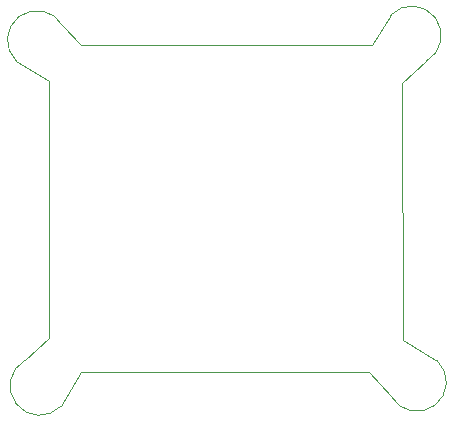
<source format=gbr>
%TF.GenerationSoftware,KiCad,Pcbnew,9.0.7*%
%TF.CreationDate,2026-02-20T19:59:31+05:30*%
%TF.ProjectId,breakout_board,62726561-6b6f-4757-945f-626f6172642e,rev?*%
%TF.SameCoordinates,Original*%
%TF.FileFunction,Profile,NP*%
%FSLAX46Y46*%
G04 Gerber Fmt 4.6, Leading zero omitted, Abs format (unit mm)*
G04 Created by KiCad (PCBNEW 9.0.7) date 2026-02-20 19:59:31*
%MOMM*%
%LPD*%
G01*
G04 APERTURE LIST*
%TA.AperFunction,Profile*%
%ADD10C,0.050000*%
%TD*%
G04 APERTURE END LIST*
D10*
X120523000Y-95707200D02*
G75*
G02*
X117502601Y-91799545I-1803400J1727200D01*
G01*
X149434001Y-68353091D02*
X149531491Y-90119200D01*
X122250200Y-92840383D02*
X146634200Y-92840381D01*
X117500400Y-91795600D02*
X119526599Y-89941400D01*
X148488400Y-94869000D02*
X146634200Y-92842801D01*
X116765491Y-66497200D02*
G75*
G02*
X120673159Y-63476794I1727209J1803400D01*
G01*
X148437600Y-62587291D02*
G75*
G02*
X151458006Y-66494959I1803400J-1727209D01*
G01*
X146902680Y-65136464D02*
X122199400Y-65136464D01*
X152400000Y-91846400D02*
X149531491Y-90119200D01*
X148437600Y-62587291D02*
X146902680Y-65136464D01*
X151460200Y-66498891D02*
X149434001Y-68353091D01*
X120523000Y-95707200D02*
X122250200Y-92838691D01*
X152400000Y-91846400D02*
G75*
G02*
X148492345Y-94866799I-1727200J-1803400D01*
G01*
X120677091Y-63474600D02*
X122197883Y-65136464D01*
X119526599Y-68159731D02*
X119527175Y-89941400D01*
X116765491Y-66497200D02*
X119526599Y-68159731D01*
M02*

</source>
